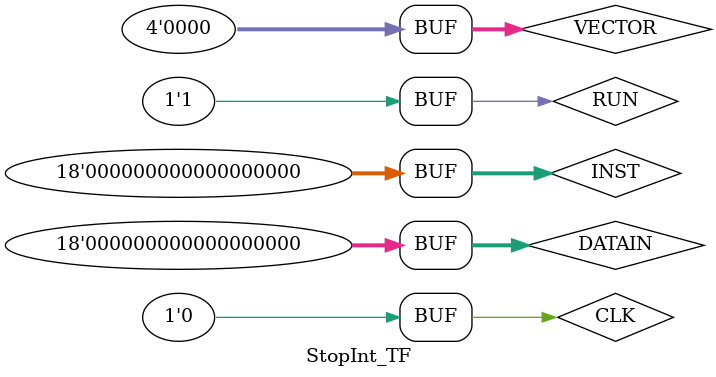
<source format=v>

`timescale 1ns / 1ps

module StopInt_TF;

    // Inputs
    reg CLK;
    reg RUN;
    reg [17:0] INST;
    reg [3:0] VECTOR;
    reg [17:0] DATAIN;

    // Outputs
    wire [63:0] BITS;
    wire CONST_RD;
    wire PORT_RD;
    wire PORT_WR;
    wire RAM_WR;
    wire RESET;
    wire [17:0] DATAOUT;
    wire [17:0] ADRS;
    wire [11:0] PC;

    // Instantiate the Unit Under Test (UUT)
    Core18 uut (
        .CLK(CLK),
        .RUN(RUN),
        .INST(INST),
        .VECTOR(VECTOR),
        .DATAIN(DATAIN),
        .BITSIN(BITS),

        .BITSOUT(BITS),
        .CONST_RD(CONST_RD),
        .PORT_RD(PORT_RD),
        .PORT_WR(PORT_WR),
        .RAM_WR(RAM_WR),
        .RESET(RESET),
        .DATAOUT(DATAOUT),
        .ADRS(ADRS),
        .PC(PC)
    );

    initial begin
        CLK = 0;
        RUN = 0;
        INST = 0;
        VECTOR = 0;
        DATAIN = 0;

        //------------------------------------------------------------------------------------------
        #10;
        #10 CLK = 1; #10 CLK = 0;
        #10 CLK = 1; #10 CLK = 0;

        RUN = 1;

        INST = 18'o000505; // LEVEL
        #10 CLK = 1; #10 CLK = 0;
        if (uut.InstDecode_.level != 4'd15) $display("01 Level not initialized");
        #10 CLK = 1; #10 CLK = 0;
        if (uut.InstDecode_.level != 4'd5) $display("02 Level not set");

        INST = 18'o000000; // NOP
        #10 CLK = 1; #10 CLK = 0;
        #10 CLK = 1; #10 CLK = 0;

        INST = 18'o000100; // STOP
        #10 CLK = 1; #10 CLK = 0;
        if (uut.PC != 12'o0004) $display("03 PC error");
        if (uut.InstDecode_.state != 10'o0020) $display("03 State error");

        INST = 18'o000000; // NOP
        #10 CLK = 1; #10 CLK = 0;
        if (uut.PC != 12'o0004) $display("04 PC error");
        if (uut.InstDecode_.state != 10'o0020) $display("04 State error");

        #10 CLK = 1; #10 CLK = 0;
        if (uut.PC != 12'o0004) $display("05 PC error");
        if (uut.InstDecode_.state != 10'o0020) $display("05 State error");

        #10 CLK = 1; #10 CLK = 0;
        if (uut.PC != 12'o0004) $display("06 PC error");
        if (uut.InstDecode_.state != 10'o0020) $display("06 State error");

        VECTOR = 4'd7;
        #10 CLK = 1; #10 CLK = 0;
        if (uut.InstDecode_.level != 4'd7) $display("07 Level error");
        if (uut.InstDecode_.state != 10'o1000) $display("07 State error");

        VECTOR = 4'd0;
        #10 CLK = 1; #10 CLK = 0;
        if (uut.InstDecode_.level != 4'd7) $display("08 Level error");
        if (uut.InstDecode_.state != 10'o0001) $display("08 State error");
        if (uut.ADRS != 18'o777777) $display("08 Stack ADRS error");
        if (uut.DATAOUT != 18'o050004) $display("08 Stack DATA error");
        if (uut.RAM_WR != 1'd1) $display("08 RAM_WR error");
        if (uut.PC != 12'o0007) $display("08 PC error");

        #10 CLK = 1; #10 CLK = 0;
        if (uut.InstDecode_.state != 10'o0001) $display("09 State error");
        if (uut.ADRS != 18'o777777) $display("09 Stack ADRS error");


        INST = 18'o000400; // RTI
        #10 CLK = 1; #10 CLK = 0;
        if (uut.InstDecode_.state != 10'o0040) $display("10 State error");
        INST = 18'o000000; // NOP

        #10 CLK = 1; #10 CLK = 0;
        if (uut.InstDecode_.state != 10'o0100) $display("11 State error");

        DATAIN = 18'o651234;
        #10 CLK = 1; #10 CLK = 0;
        if (uut.InstDecode_.state != 10'o0001) $display("12 State error");
        if (uut.PC != 12'o1234) $display("12 PC error");
        if (uut.InstDecode_.level != 4'd5) $display("12 Level error");
        if (uut.Status_.Z != 1'b1) $display("12 Z flag error");
        if (uut.Status_.F != 1'b1) $display("12 F flag error");

        DATAIN = 18'o000000;
        #10 CLK = 1; #10 CLK = 0;
        if (uut.InstDecode_.state != 10'o0001) $display("13 State error");
        if (uut.PC != 12'o1235) $display("13 PC error");

    end
      
endmodule


</source>
